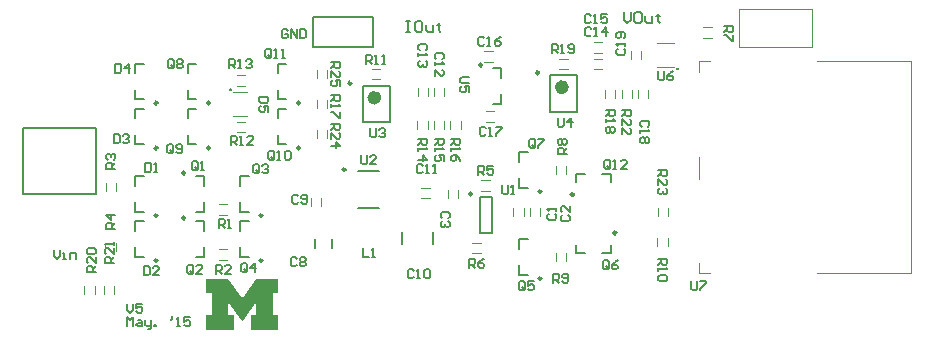
<source format=gto>
%FSLAX24Y24*%
%MOIN*%
G70*
G01*
G75*
G04 Layer_Color=65535*
%ADD10R,0.0354X0.0197*%
%ADD11R,0.0197X0.0354*%
%ADD12O,0.0571X0.0177*%
%ADD13R,0.0512X0.0236*%
%ADD14R,0.0236X0.0165*%
%ADD15R,0.0236X0.0512*%
%ADD16R,0.0413X0.0236*%
%ADD17R,0.1102X0.0492*%
%ADD18O,0.0630X0.0118*%
%ADD19R,0.0661X0.0740*%
%ADD20R,0.0512X0.0512*%
%ADD21R,0.0669X0.0433*%
%ADD22C,0.0310*%
%ADD23R,0.0374X0.0177*%
%ADD24R,0.0276X0.0591*%
%ADD25R,0.0591X0.0276*%
%ADD26C,0.0150*%
%ADD27C,0.0120*%
%ADD28R,0.0591X0.0591*%
%ADD29C,0.0591*%
%ADD30C,0.0709*%
%ADD31C,0.0661*%
%ADD32C,0.0390*%
%ADD33C,0.0280*%
%ADD34C,0.0400*%
%ADD35C,0.0197*%
%ADD36C,0.1575*%
%ADD37C,0.0600*%
%ADD38R,0.0358X0.1433*%
%ADD39C,0.0098*%
%ADD40C,0.0236*%
%ADD41C,0.0100*%
%ADD42C,0.0050*%
%ADD43C,0.0039*%
%ADD44C,0.0079*%
%ADD45C,0.0060*%
G36*
X24986Y13700D02*
X24800D01*
Y12965D01*
X24986D01*
Y12477D01*
X24072D01*
Y12965D01*
X24258D01*
Y13406D01*
X23798Y12771D01*
X23767D01*
X23314Y13406D01*
Y12965D01*
X23499D01*
Y12477D01*
X22586D01*
Y12965D01*
X22764D01*
Y13700D01*
X22586D01*
Y14188D01*
X23310D01*
X23774Y13545D01*
X23798D01*
X24262Y14188D01*
X24986D01*
Y13700D01*
D02*
G37*
D39*
X33673Y21049D02*
G03*
X33673Y21049I-49J0D01*
G01*
X31786Y21309D02*
G03*
X31786Y21309I-49J0D01*
G01*
X27423Y20699D02*
G03*
X27423Y20699I-49J0D01*
G01*
X25713Y20041D02*
G03*
X25713Y20041I-49J0D01*
G01*
Y18541D02*
G03*
X25713Y18541I-49J0D01*
G01*
X22713D02*
G03*
X22713Y18541I-49J0D01*
G01*
Y20041D02*
G03*
X22713Y20041I-49J0D01*
G01*
X20963D02*
G03*
X20963Y20041I-49J0D01*
G01*
Y18541D02*
G03*
X20963Y18541I-49J0D01*
G01*
X36258Y15713D02*
G03*
X36258Y15713I-49J0D01*
G01*
X34841Y16987D02*
G03*
X34841Y16987I-49J0D01*
G01*
X33763Y17091D02*
G03*
X33763Y17091I-49J0D01*
G01*
Y14191D02*
G03*
X33763Y14191I-49J0D01*
G01*
X31447Y17009D02*
G03*
X31447Y17009I-49J0D01*
G01*
X27232Y17819D02*
G03*
X27232Y17819I-49J0D01*
G01*
X24463Y14791D02*
G03*
X24463Y14791I-49J0D01*
G01*
Y16291D02*
G03*
X24463Y16291I-49J0D01*
G01*
X21886Y17709D02*
G03*
X21886Y17709I-49J0D01*
G01*
Y16209D02*
G03*
X21886Y16209I-49J0D01*
G01*
X20963Y16291D02*
G03*
X20963Y16291I-49J0D01*
G01*
Y14791D02*
G03*
X20963Y14791I-49J0D01*
G01*
D40*
X34559Y20567D02*
G03*
X34559Y20567I-118J0D01*
G01*
X28309Y20217D02*
G03*
X28309Y20217I-118J0D01*
G01*
D41*
X23397Y20482D02*
G03*
X23397Y20482I-22J0D01*
G01*
X38296Y21178D02*
G03*
X38296Y21178I-2J0D01*
G01*
D42*
X26150Y22900D02*
X28150D01*
X26150Y21900D02*
X28150D01*
X26150D02*
Y22900D01*
X28150Y21900D02*
Y22900D01*
X16480Y19191D02*
X18920D01*
X16480Y17009D02*
X18920D01*
Y19191D01*
X16480Y17009D02*
Y19191D01*
X26750Y21400D02*
X27050D01*
Y21250D01*
X27000Y21200D01*
X26900D01*
X26850Y21250D01*
Y21400D01*
Y21300D02*
X26750Y21200D01*
Y20900D02*
Y21100D01*
X26950Y20900D01*
X27000D01*
X27050Y20950D01*
Y21050D01*
X27000Y21100D01*
X27050Y20600D02*
Y20800D01*
X26900D01*
X26950Y20700D01*
Y20650D01*
X26900Y20600D01*
X26800D01*
X26750Y20650D01*
Y20750D01*
X26800Y20800D01*
X26750Y19350D02*
X27050D01*
Y19200D01*
X27000Y19150D01*
X26900D01*
X26850Y19200D01*
Y19350D01*
Y19250D02*
X26750Y19150D01*
Y18850D02*
Y19050D01*
X26950Y18850D01*
X27000D01*
X27050Y18900D01*
Y19000D01*
X27000Y19050D01*
X26750Y18600D02*
X27050D01*
X26900Y18750D01*
Y18550D01*
X34000Y16350D02*
X33950Y16300D01*
Y16200D01*
X34000Y16150D01*
X34200D01*
X34250Y16200D01*
Y16300D01*
X34200Y16350D01*
X34250Y16450D02*
Y16550D01*
Y16500D01*
X33950D01*
X34000Y16450D01*
X34450Y16300D02*
X34400Y16250D01*
Y16150D01*
X34450Y16100D01*
X34650D01*
X34700Y16150D01*
Y16250D01*
X34650Y16300D01*
X34700Y16600D02*
Y16400D01*
X34500Y16600D01*
X34450D01*
X34400Y16550D01*
Y16450D01*
X34450Y16400D01*
X30650Y16200D02*
X30700Y16250D01*
Y16350D01*
X30650Y16400D01*
X30450D01*
X30400Y16350D01*
Y16250D01*
X30450Y16200D01*
X30650Y16100D02*
X30700Y16050D01*
Y15950D01*
X30650Y15900D01*
X30600D01*
X30550Y15950D01*
Y16000D01*
Y15950D01*
X30500Y15900D01*
X30450D01*
X30400Y15950D01*
Y16050D01*
X30450Y16100D01*
X25600Y14850D02*
X25550Y14900D01*
X25450D01*
X25400Y14850D01*
Y14650D01*
X25450Y14600D01*
X25550D01*
X25600Y14650D01*
X25700Y14850D02*
X25750Y14900D01*
X25850D01*
X25900Y14850D01*
Y14800D01*
X25850Y14750D01*
X25900Y14700D01*
Y14650D01*
X25850Y14600D01*
X25750D01*
X25700Y14650D01*
Y14700D01*
X25750Y14750D01*
X25700Y14800D01*
Y14850D01*
X25750Y14750D02*
X25850D01*
X25660Y16937D02*
X25610Y16987D01*
X25510D01*
X25460Y16937D01*
Y16737D01*
X25510Y16687D01*
X25610D01*
X25660Y16737D01*
X25760D02*
X25810Y16687D01*
X25910D01*
X25960Y16737D01*
Y16937D01*
X25910Y16987D01*
X25810D01*
X25760Y16937D01*
Y16887D01*
X25810Y16837D01*
X25960D01*
X29500Y14450D02*
X29450Y14500D01*
X29350D01*
X29300Y14450D01*
Y14250D01*
X29350Y14200D01*
X29450D01*
X29500Y14250D01*
X29600Y14200D02*
X29700D01*
X29650D01*
Y14500D01*
X29600Y14450D01*
X29850D02*
X29900Y14500D01*
X30000D01*
X30050Y14450D01*
Y14250D01*
X30000Y14200D01*
X29900D01*
X29850Y14250D01*
Y14450D01*
X29800Y17950D02*
X29750Y18000D01*
X29650D01*
X29600Y17950D01*
Y17750D01*
X29650Y17700D01*
X29750D01*
X29800Y17750D01*
X29900Y17700D02*
X30000D01*
X29950D01*
Y18000D01*
X29900Y17950D01*
X30150Y17700D02*
X30250D01*
X30200D01*
Y18000D01*
X30150Y17950D01*
X30450Y21500D02*
X30500Y21550D01*
Y21650D01*
X30450Y21700D01*
X30250D01*
X30200Y21650D01*
Y21550D01*
X30250Y21500D01*
X30200Y21400D02*
Y21300D01*
Y21350D01*
X30500D01*
X30450Y21400D01*
X30200Y20950D02*
Y21150D01*
X30400Y20950D01*
X30450D01*
X30500Y21000D01*
Y21100D01*
X30450Y21150D01*
X29900Y21800D02*
X29950Y21850D01*
Y21950D01*
X29900Y22000D01*
X29700D01*
X29650Y21950D01*
Y21850D01*
X29700Y21800D01*
X29650Y21700D02*
Y21600D01*
Y21650D01*
X29950D01*
X29900Y21700D01*
Y21450D02*
X29950Y21400D01*
Y21300D01*
X29900Y21250D01*
X29850D01*
X29800Y21300D01*
Y21350D01*
Y21300D01*
X29750Y21250D01*
X29700D01*
X29650Y21300D01*
Y21400D01*
X29700Y21450D01*
X35423Y22509D02*
X35373Y22559D01*
X35273D01*
X35223Y22509D01*
Y22309D01*
X35273Y22259D01*
X35373D01*
X35423Y22309D01*
X35523Y22259D02*
X35623D01*
X35573D01*
Y22559D01*
X35523Y22509D01*
X35923Y22259D02*
Y22559D01*
X35773Y22409D01*
X35973D01*
X35400Y22950D02*
X35350Y23000D01*
X35250D01*
X35200Y22950D01*
Y22750D01*
X35250Y22700D01*
X35350D01*
X35400Y22750D01*
X35500Y22700D02*
X35600D01*
X35550D01*
Y23000D01*
X35500Y22950D01*
X35950Y23000D02*
X35750D01*
Y22850D01*
X35850Y22900D01*
X35900D01*
X35950Y22850D01*
Y22750D01*
X35900Y22700D01*
X35800D01*
X35750Y22750D01*
X31850Y22200D02*
X31800Y22250D01*
X31700D01*
X31650Y22200D01*
Y22000D01*
X31700Y21950D01*
X31800D01*
X31850Y22000D01*
X31950Y21950D02*
X32050D01*
X32000D01*
Y22250D01*
X31950Y22200D01*
X32400Y22250D02*
X32300Y22200D01*
X32200Y22100D01*
Y22000D01*
X32250Y21950D01*
X32350D01*
X32400Y22000D01*
Y22050D01*
X32350Y22100D01*
X32200D01*
X31900Y19200D02*
X31850Y19250D01*
X31750D01*
X31700Y19200D01*
Y19000D01*
X31750Y18950D01*
X31850D01*
X31900Y19000D01*
X32000Y18950D02*
X32100D01*
X32050D01*
Y19250D01*
X32000Y19200D01*
X32250Y19250D02*
X32450D01*
Y19200D01*
X32250Y19000D01*
Y18950D01*
X20550Y18050D02*
Y17750D01*
X20700D01*
X20750Y17800D01*
Y18000D01*
X20700Y18050D01*
X20550D01*
X20850Y17750D02*
X20950D01*
X20900D01*
Y18050D01*
X20850Y18000D01*
X20500Y14600D02*
Y14300D01*
X20650D01*
X20700Y14350D01*
Y14550D01*
X20650Y14600D01*
X20500D01*
X21000Y14300D02*
X20800D01*
X21000Y14500D01*
Y14550D01*
X20950Y14600D01*
X20850D01*
X20800Y14550D01*
X19500Y19000D02*
Y18700D01*
X19650D01*
X19700Y18750D01*
Y18950D01*
X19650Y19000D01*
X19500D01*
X19800Y18950D02*
X19850Y19000D01*
X19950D01*
X20000Y18950D01*
Y18900D01*
X19950Y18850D01*
X19900D01*
X19950D01*
X20000Y18800D01*
Y18750D01*
X19950Y18700D01*
X19850D01*
X19800Y18750D01*
X19550Y21350D02*
Y21050D01*
X19700D01*
X19750Y21100D01*
Y21300D01*
X19700Y21350D01*
X19550D01*
X20000Y21050D02*
Y21350D01*
X19850Y21200D01*
X20050D01*
X24650Y20250D02*
X24350D01*
Y20100D01*
X24400Y20050D01*
X24600D01*
X24650Y20100D01*
Y20250D01*
Y19750D02*
Y19950D01*
X24500D01*
X24550Y19850D01*
Y19800D01*
X24500Y19750D01*
X24400D01*
X24350Y19800D01*
Y19900D01*
X24400Y19950D01*
X27800Y15200D02*
Y14900D01*
X28000D01*
X28100D02*
X28200D01*
X28150D01*
Y15200D01*
X28100Y15150D01*
X22300Y17850D02*
Y18050D01*
X22250Y18100D01*
X22150D01*
X22100Y18050D01*
Y17850D01*
X22150Y17800D01*
X22250D01*
X22200Y17900D02*
X22300Y17800D01*
X22250D02*
X22300Y17850D01*
X22400Y17800D02*
X22500D01*
X22450D01*
Y18100D01*
X22400Y18050D01*
X22150Y14400D02*
Y14600D01*
X22100Y14650D01*
X22000D01*
X21950Y14600D01*
Y14400D01*
X22000Y14350D01*
X22100D01*
X22050Y14450D02*
X22150Y14350D01*
X22100D02*
X22150Y14400D01*
X22450Y14350D02*
X22250D01*
X22450Y14550D01*
Y14600D01*
X22400Y14650D01*
X22300D01*
X22250Y14600D01*
X24350Y17750D02*
Y17950D01*
X24300Y18000D01*
X24200D01*
X24150Y17950D01*
Y17750D01*
X24200Y17700D01*
X24300D01*
X24250Y17800D02*
X24350Y17700D01*
X24300D02*
X24350Y17750D01*
X24450Y17950D02*
X24500Y18000D01*
X24600D01*
X24650Y17950D01*
Y17900D01*
X24600Y17850D01*
X24550D01*
X24600D01*
X24650Y17800D01*
Y17750D01*
X24600Y17700D01*
X24500D01*
X24450Y17750D01*
X23950Y14450D02*
Y14650D01*
X23900Y14700D01*
X23800D01*
X23750Y14650D01*
Y14450D01*
X23800Y14400D01*
X23900D01*
X23850Y14500D02*
X23950Y14400D01*
X23900D02*
X23950Y14450D01*
X24200Y14400D02*
Y14700D01*
X24050Y14550D01*
X24250D01*
X33200Y13850D02*
Y14050D01*
X33150Y14100D01*
X33050D01*
X33000Y14050D01*
Y13850D01*
X33050Y13800D01*
X33150D01*
X33100Y13900D02*
X33200Y13800D01*
X33150D02*
X33200Y13850D01*
X33500Y14100D02*
X33300D01*
Y13950D01*
X33400Y14000D01*
X33450D01*
X33500Y13950D01*
Y13850D01*
X33450Y13800D01*
X33350D01*
X33300Y13850D01*
X36000Y14550D02*
Y14750D01*
X35950Y14800D01*
X35850D01*
X35800Y14750D01*
Y14550D01*
X35850Y14500D01*
X35950D01*
X35900Y14600D02*
X36000Y14500D01*
X35950D02*
X36000Y14550D01*
X36300Y14800D02*
X36200Y14750D01*
X36100Y14650D01*
Y14550D01*
X36150Y14500D01*
X36250D01*
X36300Y14550D01*
Y14600D01*
X36250Y14650D01*
X36100D01*
X33550Y18600D02*
Y18800D01*
X33500Y18850D01*
X33400D01*
X33350Y18800D01*
Y18600D01*
X33400Y18550D01*
X33500D01*
X33450Y18650D02*
X33550Y18550D01*
X33500D02*
X33550Y18600D01*
X33650Y18850D02*
X33850D01*
Y18800D01*
X33650Y18600D01*
Y18550D01*
X21500Y21250D02*
Y21450D01*
X21450Y21500D01*
X21350D01*
X21300Y21450D01*
Y21250D01*
X21350Y21200D01*
X21450D01*
X21400Y21300D02*
X21500Y21200D01*
X21450D02*
X21500Y21250D01*
X21600Y21450D02*
X21650Y21500D01*
X21750D01*
X21800Y21450D01*
Y21400D01*
X21750Y21350D01*
X21800Y21300D01*
Y21250D01*
X21750Y21200D01*
X21650D01*
X21600Y21250D01*
Y21300D01*
X21650Y21350D01*
X21600Y21400D01*
Y21450D01*
X21650Y21350D02*
X21750D01*
X21489Y18407D02*
Y18607D01*
X21439Y18657D01*
X21339D01*
X21289Y18607D01*
Y18407D01*
X21339Y18357D01*
X21439D01*
X21389Y18457D02*
X21489Y18357D01*
X21439D02*
X21489Y18407D01*
X21589D02*
X21639Y18357D01*
X21739D01*
X21789Y18407D01*
Y18607D01*
X21739Y18657D01*
X21639D01*
X21589Y18607D01*
Y18557D01*
X21639Y18507D01*
X21789D01*
X24850Y18200D02*
Y18400D01*
X24800Y18450D01*
X24700D01*
X24650Y18400D01*
Y18200D01*
X24700Y18150D01*
X24800D01*
X24750Y18250D02*
X24850Y18150D01*
X24800D02*
X24850Y18200D01*
X24950Y18150D02*
X25050D01*
X25000D01*
Y18450D01*
X24950Y18400D01*
X25200D02*
X25250Y18450D01*
X25350D01*
X25400Y18400D01*
Y18200D01*
X25350Y18150D01*
X25250D01*
X25200Y18200D01*
Y18400D01*
X24750Y21600D02*
Y21800D01*
X24700Y21850D01*
X24600D01*
X24550Y21800D01*
Y21600D01*
X24600Y21550D01*
X24700D01*
X24650Y21650D02*
X24750Y21550D01*
X24700D02*
X24750Y21600D01*
X24850Y21550D02*
X24950D01*
X24900D01*
Y21850D01*
X24850Y21800D01*
X25100Y21550D02*
X25200D01*
X25150D01*
Y21850D01*
X25100Y21800D01*
X23000Y15874D02*
Y16174D01*
X23150D01*
X23200Y16124D01*
Y16024D01*
X23150Y15974D01*
X23000D01*
X23100D02*
X23200Y15874D01*
X23300D02*
X23400D01*
X23350D01*
Y16174D01*
X23300Y16124D01*
X22900Y14350D02*
Y14650D01*
X23050D01*
X23100Y14600D01*
Y14500D01*
X23050Y14450D01*
X22900D01*
X23000D02*
X23100Y14350D01*
X23400D02*
X23200D01*
X23400Y14550D01*
Y14600D01*
X23350Y14650D01*
X23250D01*
X23200Y14600D01*
X19550Y17850D02*
X19250D01*
Y18000D01*
X19300Y18050D01*
X19400D01*
X19450Y18000D01*
Y17850D01*
Y17950D02*
X19550Y18050D01*
X19300Y18150D02*
X19250Y18200D01*
Y18300D01*
X19300Y18350D01*
X19350D01*
X19400Y18300D01*
Y18250D01*
Y18300D01*
X19450Y18350D01*
X19500D01*
X19550Y18300D01*
Y18200D01*
X19500Y18150D01*
X19550Y15850D02*
X19250D01*
Y16000D01*
X19300Y16050D01*
X19400D01*
X19450Y16000D01*
Y15850D01*
Y15950D02*
X19550Y16050D01*
Y16300D02*
X19250D01*
X19400Y16150D01*
Y16350D01*
X31650Y17650D02*
Y17950D01*
X31800D01*
X31850Y17900D01*
Y17800D01*
X31800Y17750D01*
X31650D01*
X31750D02*
X31850Y17650D01*
X32150Y17950D02*
X31950D01*
Y17800D01*
X32050Y17850D01*
X32100D01*
X32150Y17800D01*
Y17700D01*
X32100Y17650D01*
X32000D01*
X31950Y17700D01*
X31350Y14550D02*
Y14850D01*
X31500D01*
X31550Y14800D01*
Y14700D01*
X31500Y14650D01*
X31350D01*
X31450D02*
X31550Y14550D01*
X31850Y14850D02*
X31750Y14800D01*
X31650Y14700D01*
Y14600D01*
X31700Y14550D01*
X31800D01*
X31850Y14600D01*
Y14650D01*
X31800Y14700D01*
X31650D01*
X39850Y22600D02*
X40150D01*
Y22450D01*
X40100Y22400D01*
X40000D01*
X39950Y22450D01*
Y22600D01*
Y22500D02*
X39850Y22400D01*
X40150Y22300D02*
Y22100D01*
X40100D01*
X39900Y22300D01*
X39850D01*
X34600Y18350D02*
X34300D01*
Y18500D01*
X34350Y18550D01*
X34450D01*
X34500Y18500D01*
Y18350D01*
Y18450D02*
X34600Y18550D01*
X34350Y18650D02*
X34300Y18700D01*
Y18800D01*
X34350Y18850D01*
X34400D01*
X34450Y18800D01*
X34500Y18850D01*
X34550D01*
X34600Y18800D01*
Y18700D01*
X34550Y18650D01*
X34500D01*
X34450Y18700D01*
X34400Y18650D01*
X34350D01*
X34450Y18700D02*
Y18800D01*
X34150Y14050D02*
Y14350D01*
X34300D01*
X34350Y14300D01*
Y14200D01*
X34300Y14150D01*
X34150D01*
X34250D02*
X34350Y14050D01*
X34450Y14100D02*
X34500Y14050D01*
X34600D01*
X34650Y14100D01*
Y14300D01*
X34600Y14350D01*
X34500D01*
X34450Y14300D01*
Y14250D01*
X34500Y14200D01*
X34650D01*
X37650Y14850D02*
X37950D01*
Y14700D01*
X37900Y14650D01*
X37800D01*
X37750Y14700D01*
Y14850D01*
Y14750D02*
X37650Y14650D01*
Y14550D02*
Y14450D01*
Y14500D01*
X37950D01*
X37900Y14550D01*
Y14300D02*
X37950Y14250D01*
Y14150D01*
X37900Y14100D01*
X37700D01*
X37650Y14150D01*
Y14250D01*
X37700Y14300D01*
X37900D01*
X27900Y21350D02*
Y21650D01*
X28050D01*
X28100Y21600D01*
Y21500D01*
X28050Y21450D01*
X27900D01*
X28000D02*
X28100Y21350D01*
X28200D02*
X28300D01*
X28250D01*
Y21650D01*
X28200Y21600D01*
X28450Y21350D02*
X28550D01*
X28500D01*
Y21650D01*
X28450Y21600D01*
X23400Y18650D02*
Y18950D01*
X23550D01*
X23600Y18900D01*
Y18800D01*
X23550Y18750D01*
X23400D01*
X23500D02*
X23600Y18650D01*
X23700D02*
X23800D01*
X23750D01*
Y18950D01*
X23700Y18900D01*
X24150Y18650D02*
X23950D01*
X24150Y18850D01*
Y18900D01*
X24100Y18950D01*
X24000D01*
X23950Y18900D01*
X23350Y21200D02*
Y21500D01*
X23500D01*
X23550Y21450D01*
Y21350D01*
X23500Y21300D01*
X23350D01*
X23450D02*
X23550Y21200D01*
X23650D02*
X23750D01*
X23700D01*
Y21500D01*
X23650Y21450D01*
X23900D02*
X23950Y21500D01*
X24050D01*
X24100Y21450D01*
Y21400D01*
X24050Y21350D01*
X24000D01*
X24050D01*
X24100Y21300D01*
Y21250D01*
X24050Y21200D01*
X23950D01*
X23900Y21250D01*
X29657Y18846D02*
X29957D01*
Y18696D01*
X29907Y18646D01*
X29807D01*
X29757Y18696D01*
Y18846D01*
Y18746D02*
X29657Y18646D01*
Y18546D02*
Y18446D01*
Y18496D01*
X29957D01*
X29907Y18546D01*
X29657Y18147D02*
X29957D01*
X29807Y18296D01*
Y18097D01*
X30200Y18850D02*
X30500D01*
Y18700D01*
X30450Y18650D01*
X30350D01*
X30300Y18700D01*
Y18850D01*
Y18750D02*
X30200Y18650D01*
Y18550D02*
Y18450D01*
Y18500D01*
X30500D01*
X30450Y18550D01*
X30500Y18100D02*
Y18300D01*
X30350D01*
X30400Y18200D01*
Y18150D01*
X30350Y18100D01*
X30250D01*
X30200Y18150D01*
Y18250D01*
X30250Y18300D01*
X30750Y18850D02*
X31050D01*
Y18700D01*
X31000Y18650D01*
X30900D01*
X30850Y18700D01*
Y18850D01*
Y18750D02*
X30750Y18650D01*
Y18550D02*
Y18450D01*
Y18500D01*
X31050D01*
X31000Y18550D01*
X31050Y18100D02*
X31000Y18200D01*
X30900Y18300D01*
X30800D01*
X30750Y18250D01*
Y18150D01*
X30800Y18100D01*
X30850D01*
X30900Y18150D01*
Y18300D01*
X26750Y20300D02*
X27050D01*
Y20150D01*
X27000Y20100D01*
X26900D01*
X26850Y20150D01*
Y20300D01*
Y20200D02*
X26750Y20100D01*
Y20000D02*
Y19900D01*
Y19950D01*
X27050D01*
X27000Y20000D01*
X27050Y19750D02*
Y19550D01*
X27000D01*
X26800Y19750D01*
X26750D01*
X35900Y19800D02*
X36200D01*
Y19650D01*
X36150Y19600D01*
X36050D01*
X36000Y19650D01*
Y19800D01*
Y19700D02*
X35900Y19600D01*
Y19500D02*
Y19400D01*
Y19450D01*
X36200D01*
X36150Y19500D01*
Y19250D02*
X36200Y19200D01*
Y19100D01*
X36150Y19050D01*
X36100D01*
X36050Y19100D01*
X36000Y19050D01*
X35950D01*
X35900Y19100D01*
Y19200D01*
X35950Y19250D01*
X36000D01*
X36050Y19200D01*
X36100Y19250D01*
X36150D01*
X36050Y19200D02*
Y19100D01*
X34100Y21700D02*
Y22000D01*
X34250D01*
X34300Y21950D01*
Y21850D01*
X34250Y21800D01*
X34100D01*
X34200D02*
X34300Y21700D01*
X34400D02*
X34500D01*
X34450D01*
Y22000D01*
X34400Y21950D01*
X34650Y21750D02*
X34700Y21700D01*
X34800D01*
X34850Y21750D01*
Y21950D01*
X34800Y22000D01*
X34700D01*
X34650Y21950D01*
Y21900D01*
X34700Y21850D01*
X34850D01*
X18900Y14400D02*
X18600D01*
Y14550D01*
X18650Y14600D01*
X18750D01*
X18800Y14550D01*
Y14400D01*
Y14500D02*
X18900Y14600D01*
Y14900D02*
Y14700D01*
X18700Y14900D01*
X18650D01*
X18600Y14850D01*
Y14750D01*
X18650Y14700D01*
Y15000D02*
X18600Y15050D01*
Y15150D01*
X18650Y15200D01*
X18850D01*
X18900Y15150D01*
Y15050D01*
X18850Y15000D01*
X18650D01*
X19500Y14700D02*
X19200D01*
Y14850D01*
X19250Y14900D01*
X19350D01*
X19400Y14850D01*
Y14700D01*
Y14800D02*
X19500Y14900D01*
Y15200D02*
Y15000D01*
X19300Y15200D01*
X19250D01*
X19200Y15150D01*
Y15050D01*
X19250Y15000D01*
X19500Y15300D02*
Y15400D01*
Y15350D01*
X19200D01*
X19250Y15300D01*
X32450Y17300D02*
Y17050D01*
X32500Y17000D01*
X32600D01*
X32650Y17050D01*
Y17300D01*
X32750Y17000D02*
X32850D01*
X32800D01*
Y17300D01*
X32750Y17250D01*
X27750Y18300D02*
Y18050D01*
X27800Y18000D01*
X27900D01*
X27950Y18050D01*
Y18300D01*
X28250Y18000D02*
X28050D01*
X28250Y18200D01*
Y18250D01*
X28200Y18300D01*
X28100D01*
X28050Y18250D01*
X28050Y19200D02*
Y18950D01*
X28100Y18900D01*
X28200D01*
X28250Y18950D01*
Y19200D01*
X28350Y19150D02*
X28400Y19200D01*
X28500D01*
X28550Y19150D01*
Y19100D01*
X28500Y19050D01*
X28450D01*
X28500D01*
X28550Y19000D01*
Y18950D01*
X28500Y18900D01*
X28400D01*
X28350Y18950D01*
X34300Y19550D02*
Y19300D01*
X34350Y19250D01*
X34450D01*
X34500Y19300D01*
Y19550D01*
X34750Y19250D02*
Y19550D01*
X34600Y19400D01*
X34800D01*
X31350Y20900D02*
X31100D01*
X31050Y20850D01*
Y20750D01*
X31100Y20700D01*
X31350D01*
Y20400D02*
Y20600D01*
X31200D01*
X31250Y20500D01*
Y20450D01*
X31200Y20400D01*
X31100D01*
X31050Y20450D01*
Y20550D01*
X31100Y20600D01*
X37300Y19250D02*
X37350Y19300D01*
Y19400D01*
X37300Y19450D01*
X37100D01*
X37050Y19400D01*
Y19300D01*
X37100Y19250D01*
X37050Y19150D02*
Y19050D01*
Y19100D01*
X37350D01*
X37300Y19150D01*
Y18900D02*
X37350Y18850D01*
Y18750D01*
X37300Y18700D01*
X37250D01*
X37200Y18750D01*
X37150Y18700D01*
X37100D01*
X37050Y18750D01*
Y18850D01*
X37100Y18900D01*
X37150D01*
X37200Y18850D01*
X37250Y18900D01*
X37300D01*
X37200Y18850D02*
Y18750D01*
X36450Y19800D02*
X36750D01*
Y19650D01*
X36700Y19600D01*
X36600D01*
X36550Y19650D01*
Y19800D01*
Y19700D02*
X36450Y19600D01*
Y19300D02*
Y19500D01*
X36650Y19300D01*
X36700D01*
X36750Y19350D01*
Y19450D01*
X36700Y19500D01*
X36450Y19000D02*
Y19200D01*
X36650Y19000D01*
X36700D01*
X36750Y19050D01*
Y19150D01*
X36700Y19200D01*
X36050Y17900D02*
Y18100D01*
X36000Y18150D01*
X35900D01*
X35850Y18100D01*
Y17900D01*
X35900Y17850D01*
X36000D01*
X35950Y17950D02*
X36050Y17850D01*
X36000D02*
X36050Y17900D01*
X36150Y17850D02*
X36250D01*
X36200D01*
Y18150D01*
X36150Y18100D01*
X36600Y17850D02*
X36400D01*
X36600Y18050D01*
Y18100D01*
X36550Y18150D01*
X36450D01*
X36400Y18100D01*
X37650Y17800D02*
X37950D01*
Y17650D01*
X37900Y17600D01*
X37800D01*
X37750Y17650D01*
Y17800D01*
Y17700D02*
X37650Y17600D01*
Y17300D02*
Y17500D01*
X37850Y17300D01*
X37900D01*
X37950Y17350D01*
Y17450D01*
X37900Y17500D01*
Y17200D02*
X37950Y17150D01*
Y17050D01*
X37900Y17000D01*
X37850D01*
X37800Y17050D01*
Y17100D01*
Y17050D01*
X37750Y17000D01*
X37700D01*
X37650Y17050D01*
Y17150D01*
X37700Y17200D01*
X36300Y21850D02*
X36250Y21800D01*
Y21700D01*
X36300Y21650D01*
X36500D01*
X36550Y21700D01*
Y21800D01*
X36500Y21850D01*
X36550Y21950D02*
Y22050D01*
Y22000D01*
X36250D01*
X36300Y21950D01*
X36500Y22200D02*
X36550Y22250D01*
Y22350D01*
X36500Y22400D01*
X36300D01*
X36250Y22350D01*
Y22250D01*
X36300Y22200D01*
X36350D01*
X36400Y22250D01*
Y22400D01*
X37650Y21100D02*
Y20850D01*
X37700Y20800D01*
X37800D01*
X37850Y20850D01*
Y21100D01*
X38150D02*
X38050Y21050D01*
X37950Y20950D01*
Y20850D01*
X38000Y20800D01*
X38100D01*
X38150Y20850D01*
Y20900D01*
X38100Y20950D01*
X37950D01*
X38750Y14100D02*
Y13850D01*
X38800Y13800D01*
X38900D01*
X38950Y13850D01*
Y14100D01*
X39050D02*
X39250D01*
Y14050D01*
X39050Y13850D01*
Y13800D01*
X19950Y12600D02*
Y12900D01*
X20050Y12800D01*
X20150Y12900D01*
Y12600D01*
X20300Y12800D02*
X20400D01*
X20450Y12750D01*
Y12600D01*
X20300D01*
X20250Y12650D01*
X20300Y12700D01*
X20450D01*
X20550Y12800D02*
Y12650D01*
X20600Y12600D01*
X20750D01*
Y12550D01*
X20700Y12500D01*
X20650D01*
X20750Y12600D02*
Y12800D01*
X20850Y12600D02*
Y12650D01*
X20900D01*
Y12600D01*
X20850D01*
X21450Y12950D02*
Y12850D01*
X21400Y12800D01*
X21599Y12600D02*
X21699D01*
X21649D01*
Y12900D01*
X21599Y12850D01*
X22049Y12900D02*
X21849D01*
Y12750D01*
X21949Y12800D01*
X21999D01*
X22049Y12750D01*
Y12650D01*
X21999Y12600D01*
X21899D01*
X21849Y12650D01*
X19950Y13350D02*
Y13150D01*
X20050Y13050D01*
X20150Y13150D01*
Y13350D01*
X20450D02*
X20250D01*
Y13200D01*
X20350Y13250D01*
X20400D01*
X20450Y13200D01*
Y13100D01*
X20400Y13050D01*
X20300D01*
X20250Y13100D01*
X17500Y15150D02*
Y14950D01*
X17600Y14850D01*
X17700Y14950D01*
Y15150D01*
X17800Y14850D02*
X17900D01*
X17850D01*
Y15050D01*
X17800D01*
X18050Y14850D02*
Y15050D01*
X18200D01*
X18250Y15000D01*
Y14850D01*
X25300Y22450D02*
X25250Y22500D01*
X25150D01*
X25100Y22450D01*
Y22250D01*
X25150Y22200D01*
X25250D01*
X25300Y22250D01*
Y22350D01*
X25200D01*
X25400Y22200D02*
Y22500D01*
X25600Y22200D01*
Y22500D01*
X25700D02*
Y22200D01*
X25850D01*
X25900Y22250D01*
Y22450D01*
X25850Y22500D01*
X25700D01*
D43*
X19173Y13662D02*
Y13938D01*
X19517Y13662D02*
Y13938D01*
X18523Y13662D02*
Y13938D01*
X18867Y13662D02*
Y13938D01*
X35512Y21723D02*
X35788D01*
X35512Y22067D02*
X35788D01*
X35512Y21173D02*
X35788D01*
X35512Y21517D02*
X35788D01*
X36973Y20212D02*
Y20488D01*
X37317Y20212D02*
Y20488D01*
X36777Y20212D02*
Y20488D01*
X36433Y20212D02*
Y20488D01*
X36227Y20212D02*
Y20488D01*
X35883Y20212D02*
Y20488D01*
X34362Y21173D02*
X34638D01*
X34362Y21517D02*
X34638D01*
X31862Y21423D02*
X32138D01*
X31862Y21767D02*
X32138D01*
X31912Y19423D02*
X32188D01*
X31912Y19767D02*
X32188D01*
X30527Y20262D02*
Y20538D01*
X30183Y20262D02*
Y20538D01*
X29977Y20262D02*
Y20538D01*
X29633Y20262D02*
Y20538D01*
X30723Y19162D02*
Y19438D01*
X31067Y19162D02*
Y19438D01*
X30173Y19162D02*
Y19438D01*
X30517Y19162D02*
Y19438D01*
X29623Y19162D02*
Y19438D01*
X29967Y19162D02*
Y19438D01*
X28112Y21177D02*
X28388D01*
X28112Y20833D02*
X28388D01*
X26283Y20862D02*
Y21138D01*
X26627Y20862D02*
Y21138D01*
Y19862D02*
Y20138D01*
X26283Y19862D02*
Y20138D01*
Y18862D02*
Y19138D01*
X26627Y18862D02*
Y19138D01*
X23612Y20623D02*
X23888D01*
X23612Y20967D02*
X23888D01*
X23464Y19606D02*
X23936D01*
X23464Y20394D02*
X23936D01*
X23612Y19073D02*
X23888D01*
X23612Y19417D02*
X23888D01*
X34577Y17662D02*
Y17938D01*
X34233Y17662D02*
Y17938D01*
X34577Y14762D02*
Y15038D01*
X34233Y14762D02*
Y15038D01*
X33373Y16262D02*
Y16538D01*
X33717Y16262D02*
Y16538D01*
X32823Y16262D02*
Y16538D01*
X33167Y16262D02*
Y16538D01*
X37623Y15262D02*
Y15538D01*
X37967Y15262D02*
Y15538D01*
X31762Y17123D02*
X32038D01*
X31762Y17467D02*
X32038D01*
X31462Y15377D02*
X31738D01*
X31462Y15033D02*
X31738D01*
X30977Y16862D02*
Y17138D01*
X30633Y16862D02*
Y17138D01*
X29762Y16873D02*
X30038D01*
X29762Y17217D02*
X30038D01*
X37977Y16262D02*
Y16538D01*
X37633Y16262D02*
Y16538D01*
X26427Y16612D02*
Y16888D01*
X26083Y16612D02*
Y16888D01*
X23012Y14823D02*
X23288D01*
X23012Y15167D02*
X23288D01*
X23012Y16323D02*
X23288D01*
X23012Y16667D02*
X23288D01*
X39162Y22223D02*
X39438D01*
X39162Y22567D02*
X39438D01*
X19223Y15112D02*
Y15388D01*
X19567Y15112D02*
Y15388D01*
X19577Y17112D02*
Y17388D01*
X19233Y17112D02*
Y17388D01*
X40330Y21920D02*
X42770D01*
Y23180D01*
X40330D02*
X42770D01*
X40330Y21920D02*
Y23180D01*
X37077Y21512D02*
Y21788D01*
X36733Y21512D02*
Y21788D01*
X37624Y21256D02*
X38176D01*
X37624Y22044D02*
X38176D01*
X38998Y17506D02*
Y18254D01*
Y14357D02*
X39364D01*
X38998D02*
Y14711D01*
Y21089D02*
Y21443D01*
X39364D01*
X42947Y14357D02*
X46096D01*
Y21443D01*
X42947D02*
X46096D01*
D44*
X34047Y19740D02*
Y20960D01*
X34953Y19740D02*
Y20960D01*
X34047D02*
X34953D01*
X34047Y19740D02*
X34953D01*
X32426Y20009D02*
Y20324D01*
X32150Y20009D02*
X32426D01*
Y20876D02*
Y21191D01*
X32150D02*
X32426D01*
X27797Y19390D02*
Y20610D01*
X28703Y19390D02*
Y20610D01*
X27797D02*
X28703D01*
X27797Y19390D02*
X28703D01*
X24974Y21026D02*
Y21341D01*
X25250D01*
X24974Y20159D02*
Y20474D01*
Y20159D02*
X25250D01*
X24974Y19526D02*
Y19841D01*
X25250D01*
X24974Y18659D02*
Y18974D01*
Y18659D02*
X25250D01*
X21974Y19526D02*
Y19841D01*
X22250D01*
X21974Y18659D02*
Y18974D01*
Y18659D02*
X22250D01*
X21974Y21026D02*
Y21341D01*
X22250D01*
X21974Y20159D02*
Y20474D01*
Y20159D02*
X22250D01*
X20224Y21026D02*
Y21341D01*
X20500D01*
X20224Y20159D02*
Y20474D01*
Y20159D02*
X20500D01*
X20224Y19526D02*
Y19841D01*
X20500D01*
X20224Y18659D02*
Y18974D01*
Y18659D02*
X20500D01*
X34909Y15024D02*
X35224D01*
X34909D02*
Y15300D01*
X35776Y15024D02*
X36091D01*
Y15300D01*
X35776Y17676D02*
X36091D01*
Y17400D02*
Y17676D01*
X34909D02*
X35224D01*
X34909Y17400D02*
Y17676D01*
X33024Y18076D02*
Y18391D01*
X33300D01*
X33024Y17209D02*
Y17524D01*
Y17209D02*
X33300D01*
X33024Y15176D02*
Y15491D01*
X33300D01*
X33024Y14309D02*
Y14624D01*
Y14309D02*
X33300D01*
X31703Y16910D02*
X32097D01*
X31703Y15690D02*
X32097D01*
X31703D02*
Y16910D01*
X32097Y15690D02*
Y16910D01*
X29128Y15353D02*
Y15747D01*
X30152Y15353D02*
Y15747D01*
X27656Y17760D02*
X28344D01*
X27656Y16540D02*
X28344D01*
X26205Y15193D02*
Y15507D01*
X26795Y15193D02*
Y15507D01*
X23724Y15776D02*
Y16091D01*
X24000D01*
X23724Y14909D02*
Y15224D01*
Y14909D02*
X24000D01*
X23724Y17276D02*
Y17591D01*
X24000D01*
X23724Y16409D02*
Y16724D01*
Y16409D02*
X24000D01*
X22526D02*
Y16724D01*
X22250Y16409D02*
X22526D01*
Y17276D02*
Y17591D01*
X22250D02*
X22526D01*
Y14909D02*
Y15224D01*
X22250Y14909D02*
X22526D01*
Y15776D02*
Y16091D01*
X22250D02*
X22526D01*
X20224Y17276D02*
Y17591D01*
X20500D01*
X20224Y16409D02*
Y16724D01*
Y16409D02*
X20500D01*
X20224Y15776D02*
Y16091D01*
X20500D01*
X20224Y14909D02*
Y15224D01*
Y14909D02*
X20500D01*
D45*
X29250Y22760D02*
X29370D01*
X29310D01*
Y22400D01*
X29250D01*
X29370D01*
X29730Y22760D02*
X29610D01*
X29550Y22700D01*
Y22460D01*
X29610Y22400D01*
X29730D01*
X29790Y22460D01*
Y22700D01*
X29730Y22760D01*
X29910Y22640D02*
Y22460D01*
X29970Y22400D01*
X30150D01*
Y22640D01*
X30330Y22700D02*
Y22640D01*
X30270D01*
X30390D01*
X30330D01*
Y22460D01*
X30390Y22400D01*
X36500Y23060D02*
Y22820D01*
X36620Y22700D01*
X36740Y22820D01*
Y23060D01*
X37040D02*
X36920D01*
X36860Y23000D01*
Y22760D01*
X36920Y22700D01*
X37040D01*
X37100Y22760D01*
Y23000D01*
X37040Y23060D01*
X37220Y22940D02*
Y22760D01*
X37280Y22700D01*
X37460D01*
Y22940D01*
X37640Y23000D02*
Y22940D01*
X37580D01*
X37700D01*
X37640D01*
Y22760D01*
X37700Y22700D01*
M02*

</source>
